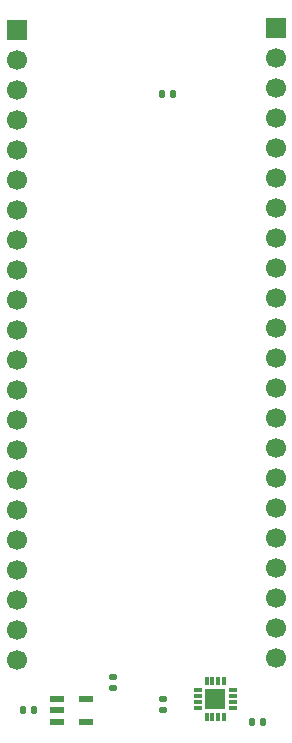
<source format=gbr>
%TF.GenerationSoftware,KiCad,Pcbnew,9.0.2*%
%TF.CreationDate,2025-06-27T21:37:16+02:00*%
%TF.ProjectId,flex_aufsatz,666c6578-5f61-4756-9673-61747a2e6b69,rev?*%
%TF.SameCoordinates,Original*%
%TF.FileFunction,Soldermask,Top*%
%TF.FilePolarity,Negative*%
%FSLAX46Y46*%
G04 Gerber Fmt 4.6, Leading zero omitted, Abs format (unit mm)*
G04 Created by KiCad (PCBNEW 9.0.2) date 2025-06-27 21:37:16*
%MOMM*%
%LPD*%
G01*
G04 APERTURE LIST*
G04 Aperture macros list*
%AMRoundRect*
0 Rectangle with rounded corners*
0 $1 Rounding radius*
0 $2 $3 $4 $5 $6 $7 $8 $9 X,Y pos of 4 corners*
0 Add a 4 corners polygon primitive as box body*
4,1,4,$2,$3,$4,$5,$6,$7,$8,$9,$2,$3,0*
0 Add four circle primitives for the rounded corners*
1,1,$1+$1,$2,$3*
1,1,$1+$1,$4,$5*
1,1,$1+$1,$6,$7*
1,1,$1+$1,$8,$9*
0 Add four rect primitives between the rounded corners*
20,1,$1+$1,$2,$3,$4,$5,0*
20,1,$1+$1,$4,$5,$6,$7,0*
20,1,$1+$1,$6,$7,$8,$9,0*
20,1,$1+$1,$8,$9,$2,$3,0*%
G04 Aperture macros list end*
%ADD10R,1.700000X1.700000*%
%ADD11C,1.700000*%
%ADD12R,1.250000X0.600000*%
%ADD13RoundRect,0.140000X-0.140000X-0.170000X0.140000X-0.170000X0.140000X0.170000X-0.140000X0.170000X0*%
%ADD14RoundRect,0.140000X0.170000X-0.140000X0.170000X0.140000X-0.170000X0.140000X-0.170000X-0.140000X0*%
%ADD15RoundRect,0.140000X-0.170000X0.140000X-0.170000X-0.140000X0.170000X-0.140000X0.170000X0.140000X0*%
%ADD16R,0.800000X0.300000*%
%ADD17R,0.300000X0.800000*%
%ADD18R,1.750000X1.750000*%
G04 APERTURE END LIST*
D10*
%TO.C,J1*%
X97400000Y-100160000D03*
D11*
X97400000Y-102700000D03*
X97400000Y-105240000D03*
X97400000Y-107780000D03*
X97400000Y-110320000D03*
X97400000Y-112860000D03*
X97400000Y-115400000D03*
X97400000Y-117940000D03*
X97400000Y-120480000D03*
X97400000Y-123020000D03*
X97400000Y-125560000D03*
X97400000Y-128100000D03*
X97400000Y-130640000D03*
X97400000Y-133180000D03*
X97400000Y-135720000D03*
X97400000Y-138260000D03*
X97400000Y-140800000D03*
X97400000Y-143340000D03*
X97400000Y-145880000D03*
X97400000Y-148420000D03*
X97400000Y-150960000D03*
X97400000Y-153500000D03*
%TD*%
D12*
%TO.C,IC1*%
X100750000Y-156850000D03*
X100750000Y-157800000D03*
X100750000Y-158750000D03*
X103250000Y-158750000D03*
X103250000Y-156850000D03*
%TD*%
D13*
%TO.C,C2*%
X117290000Y-158750000D03*
X118250000Y-158750000D03*
%TD*%
D14*
%TO.C,C1*%
X109800000Y-157780000D03*
X109800000Y-156820000D03*
%TD*%
D15*
%TO.C,C6*%
X105500000Y-154970000D03*
X105500000Y-155930000D03*
%TD*%
D16*
%TO.C,U1*%
X115700000Y-157600000D03*
X115700000Y-157100000D03*
X115700000Y-156600000D03*
X115700000Y-156100000D03*
D17*
X114950000Y-155350000D03*
X114450000Y-155350000D03*
X113950000Y-155350000D03*
X113450000Y-155350000D03*
D16*
X112700000Y-156100000D03*
X112700000Y-156600000D03*
X112700000Y-157100000D03*
X112700000Y-157600000D03*
D17*
X113450000Y-158350000D03*
X113950000Y-158350000D03*
X114450000Y-158350000D03*
X114950000Y-158350000D03*
D18*
X114200000Y-156850000D03*
%TD*%
D10*
%TO.C,J2*%
X119300000Y-100000000D03*
D11*
X119300000Y-102540000D03*
X119300000Y-105080000D03*
X119300000Y-107620000D03*
X119300000Y-110160000D03*
X119300000Y-112700000D03*
X119300000Y-115240000D03*
X119300000Y-117780000D03*
X119300000Y-120320000D03*
X119300000Y-122860000D03*
X119300000Y-125400000D03*
X119300000Y-127940000D03*
X119300000Y-130480000D03*
X119300000Y-133020000D03*
X119300000Y-135560000D03*
X119300000Y-138100000D03*
X119300000Y-140640000D03*
X119300000Y-143180000D03*
X119300000Y-145720000D03*
X119300000Y-148260000D03*
X119300000Y-150800000D03*
X119300000Y-153340000D03*
%TD*%
D13*
%TO.C,C3*%
X97920000Y-157800000D03*
X98880000Y-157800000D03*
%TD*%
%TO.C,C4*%
X109650000Y-105600000D03*
X110610000Y-105600000D03*
%TD*%
M02*

</source>
